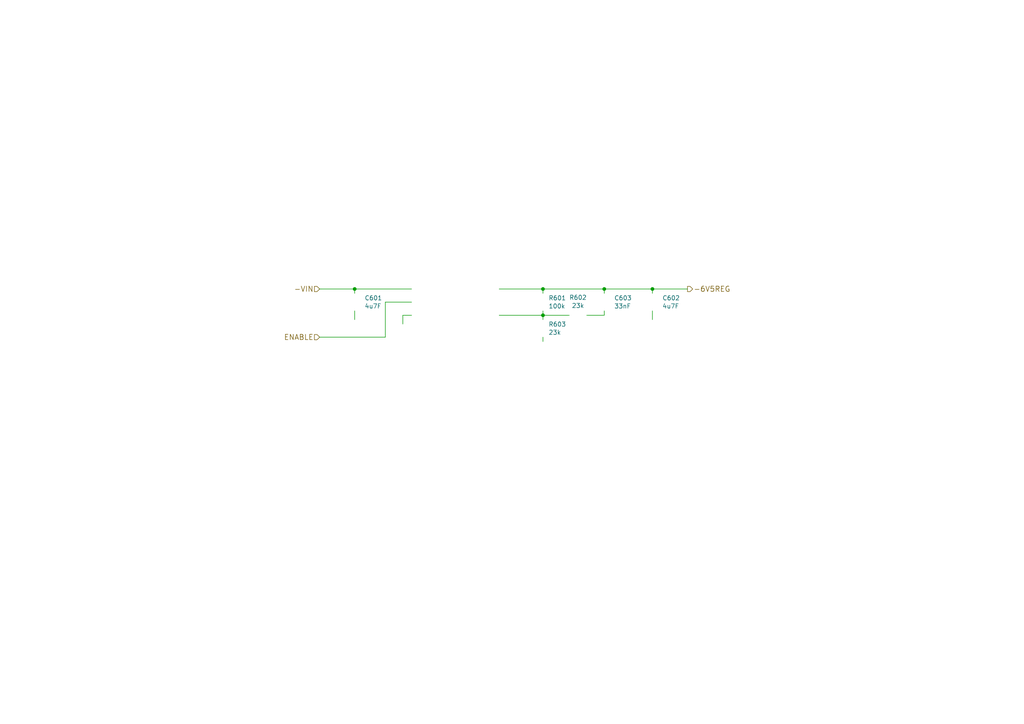
<source format=kicad_sch>
(kicad_sch
	(version 20250114)
	(generator "eeschema")
	(generator_version "9.0")
	(uuid "f572fc85-9ea2-47a3-9aee-13bc3b5f2dc6")
	(paper "A4")
	(title_block
		(title "LZ 8 Channel Amplifier")
		(date "2017-09-10")
		(rev "5")
		(company "UC Davis / Seth Hillbrand")
	)
	(lib_symbols)
	(junction
		(at 175.26 83.82)
		(diameter 0)
		(color 0 0 0 0)
		(uuid "1d2446cd-1a8a-4bc6-94ad-6439a1f318ea")
	)
	(junction
		(at 102.87 83.82)
		(diameter 0)
		(color 0 0 0 0)
		(uuid "21100f17-2cfe-4cde-bdac-1e960d712bea")
	)
	(junction
		(at 157.48 91.44)
		(diameter 0)
		(color 0 0 0 0)
		(uuid "45550369-8cda-4042-8b15-e1fa1a773f9f")
	)
	(junction
		(at 157.48 83.82)
		(diameter 0)
		(color 0 0 0 0)
		(uuid "69daf808-0509-4bb9-9814-17b516880201")
	)
	(junction
		(at 189.23 83.82)
		(diameter 0)
		(color 0 0 0 0)
		(uuid "b4cafc0b-d378-4f8a-90ed-64bdde6867e6")
	)
	(wire
		(pts
			(xy 157.48 85.09) (xy 157.48 83.82)
		)
		(stroke
			(width 0)
			(type default)
		)
		(uuid "04863c05-0d12-4707-ae40-5422a1c6ca50")
	)
	(wire
		(pts
			(xy 157.48 91.44) (xy 165.1 91.44)
		)
		(stroke
			(width 0)
			(type default)
		)
		(uuid "09781a53-e624-49c4-9b60-e8dfa111718c")
	)
	(wire
		(pts
			(xy 144.78 91.44) (xy 157.48 91.44)
		)
		(stroke
			(width 0)
			(type default)
		)
		(uuid "0a4b40bc-1a7c-4778-9200-f316a7174f43")
	)
	(wire
		(pts
			(xy 189.23 92.71) (xy 189.23 90.17)
		)
		(stroke
			(width 0)
			(type default)
		)
		(uuid "12b21097-28f1-4559-9947-f28ea0f7c6fe")
	)
	(wire
		(pts
			(xy 119.38 91.44) (xy 116.84 91.44)
		)
		(stroke
			(width 0)
			(type default)
		)
		(uuid "14c97419-21f5-478c-b1ae-123b6840c96d")
	)
	(wire
		(pts
			(xy 111.76 97.79) (xy 92.71 97.79)
		)
		(stroke
			(width 0)
			(type default)
		)
		(uuid "22d7a70a-7d8c-48af-8800-2097fd3d381c")
	)
	(wire
		(pts
			(xy 157.48 91.44) (xy 157.48 92.71)
		)
		(stroke
			(width 0)
			(type default)
		)
		(uuid "2f312d9d-9122-4fad-94e7-cf8cca4ec9e2")
	)
	(wire
		(pts
			(xy 170.18 91.44) (xy 175.26 91.44)
		)
		(stroke
			(width 0)
			(type default)
		)
		(uuid "316a37be-ae0a-4e51-bd82-94393fe8febf")
	)
	(wire
		(pts
			(xy 92.71 83.82) (xy 102.87 83.82)
		)
		(stroke
			(width 0)
			(type default)
		)
		(uuid "5cce2824-dc53-48e4-95c7-7ac7f2c2eb82")
	)
	(wire
		(pts
			(xy 157.48 83.82) (xy 175.26 83.82)
		)
		(stroke
			(width 0)
			(type default)
		)
		(uuid "5dbad574-1f71-4cec-8282-17a0d5799473")
	)
	(wire
		(pts
			(xy 111.76 87.63) (xy 119.38 87.63)
		)
		(stroke
			(width 0)
			(type default)
		)
		(uuid "5f12cae6-8b97-44e1-b111-7d9918f6bc41")
	)
	(wire
		(pts
			(xy 102.87 83.82) (xy 119.38 83.82)
		)
		(stroke
			(width 0)
			(type default)
		)
		(uuid "6bc6aae4-de24-4285-8f50-73db34bd3e64")
	)
	(wire
		(pts
			(xy 189.23 83.82) (xy 189.23 85.09)
		)
		(stroke
			(width 0)
			(type default)
		)
		(uuid "807e4f48-de39-4acf-8be6-775b3ff6a5cd")
	)
	(wire
		(pts
			(xy 144.78 83.82) (xy 157.48 83.82)
		)
		(stroke
			(width 0)
			(type default)
		)
		(uuid "91289e18-d035-4e96-a6d2-fca7c6891de2")
	)
	(wire
		(pts
			(xy 175.26 83.82) (xy 175.26 85.09)
		)
		(stroke
			(width 0)
			(type default)
		)
		(uuid "aa641700-1037-4915-b537-29d10cd50374")
	)
	(wire
		(pts
			(xy 189.23 83.82) (xy 199.39 83.82)
		)
		(stroke
			(width 0)
			(type default)
		)
		(uuid "adead6e3-a5c0-48dd-9348-1817679041c4")
	)
	(wire
		(pts
			(xy 175.26 83.82) (xy 189.23 83.82)
		)
		(stroke
			(width 0)
			(type default)
		)
		(uuid "afeabe0a-025c-44f3-94c6-85b419a8d978")
	)
	(wire
		(pts
			(xy 102.87 92.71) (xy 102.87 90.17)
		)
		(stroke
			(width 0)
			(type default)
		)
		(uuid "b013df4f-9cd4-4536-bc62-0879dbc09101")
	)
	(wire
		(pts
			(xy 157.48 90.17) (xy 157.48 91.44)
		)
		(stroke
			(width 0)
			(type default)
		)
		(uuid "b2a793b7-1079-4acd-b81d-5516e671303b")
	)
	(wire
		(pts
			(xy 116.84 91.44) (xy 116.84 93.98)
		)
		(stroke
			(width 0)
			(type default)
		)
		(uuid "b64c1cd0-9085-45cb-a6c2-500ce0d3e0d8")
	)
	(wire
		(pts
			(xy 111.76 87.63) (xy 111.76 97.79)
		)
		(stroke
			(width 0)
			(type default)
		)
		(uuid "c510bfb9-8c6c-40a4-a728-7382ac4bd4d1")
	)
	(wire
		(pts
			(xy 102.87 83.82) (xy 102.87 85.09)
		)
		(stroke
			(width 0)
			(type default)
		)
		(uuid "ce11aa37-9e36-4313-acc9-7fd645351b49")
	)
	(wire
		(pts
			(xy 175.26 91.44) (xy 175.26 90.17)
		)
		(stroke
			(width 0)
			(type default)
		)
		(uuid "d11c30eb-8dc2-4229-8b06-f865955b27b4")
	)
	(wire
		(pts
			(xy 157.48 99.06) (xy 157.48 97.79)
		)
		(stroke
			(width 0)
			(type default)
		)
		(uuid "edf8e098-8220-48a4-aeca-7972f34ff2fe")
	)
	(hierarchical_label "ENABLE"
		(shape input)
		(at 92.71 97.79 180)
		(effects
			(font
				(size 1.524 1.524)
			)
			(justify right)
		)
		(uuid "044a5643-6744-472d-953d-eee9dd70a0a0")
	)
	(hierarchical_label "-VIN"
		(shape input)
		(at 92.71 83.82 180)
		(effects
			(font
				(size 1.524 1.524)
			)
			(justify right)
		)
		(uuid "0d8a135d-e996-42da-860c-f088ac1bb83e")
	)
	(hierarchical_label "-6V5REG"
		(shape output)
		(at 199.39 83.82 0)
		(effects
			(font
				(size 1.524 1.524)
			)
			(justify left)
		)
		(uuid "8b4c20b6-9ba6-4d53-9671-b72d1e6f8287")
	)
	(symbol
		(lib_id "_passive:C")
		(at 189.23 87.63 0)
		(unit 1)
		(exclude_from_sim no)
		(in_bom yes)
		(on_board yes)
		(dnp no)
		(uuid "00000000-0000-0000-0000-000057f44a6e")
		(property "Reference" "C602"
			(at 192.1002 86.4362 0)
			(effects
				(font
					(size 1.27 1.27)
				)
				(justify left)
			)
		)
		(property "Value" "4u7F"
			(at 192.1002 88.7984 0)
			(effects
				(font
					(size 1.27 1.27)
				)
				(justify left)
			)
		)
		(property "Footprint" "Capacitors_SMD:C_1206"
			(at 188.976 88.265 0)
			(effects
				(font
					(size 1.524 1.524)
				)
				(hide yes)
			)
		)
		(property "Datasheet" "https://product.tdk.com/info/en/catalog/datasheets/mlcc_commercial_general_en.pdf"
			(at 188.976 88.265 0)
			(effects
				(font
					(size 1.524 1.524)
				)
				(hide yes)
			)
		)
		(property "Description" ""
			(at 189.23 87.63 0)
			(effects
				(font
					(size 1.27 1.27)
				)
			)
		)
		(property "mpn" "C3225X7R1E106K250AC"
			(at 189.23 87.63 0)
			(effects
				(font
					(size 1.524 1.524)
				)
				(hide yes)
			)
		)
		(property "digikey#" "445-1606-1-ND"
			(at 189.23 87.63 0)
			(effects
				(font
					(size 1.524 1.524)
				)
				(hide yes)
			)
		)
		(instances
			(project ""
				(path "/f89efb00-3378-4f88-9ec9-2a1aa21f73ef/00000000-0000-0000-0000-000057c01ceb/00000000-0000-0000-0000-000057c05380"
					(reference "C602")
					(unit 1)
				)
				(path "/f89efb00-3378-4f88-9ec9-2a1aa21f73ef/00000000-0000-0000-0000-000057e99ccf/00000000-0000-0000-0000-000057c05380"
					(reference "C1102")
					(unit 1)
				)
				(path "/f89efb00-3378-4f88-9ec9-2a1aa21f73ef/00000000-0000-0000-0000-000057e9a2f9/00000000-0000-0000-0000-000057c05380"
					(reference "C1602")
					(unit 1)
				)
				(path "/f89efb00-3378-4f88-9ec9-2a1aa21f73ef/00000000-0000-0000-0000-000057e9a2ff/00000000-0000-0000-0000-000057c05380"
					(reference "C2102")
					(unit 1)
				)
				(path "/f89efb00-3378-4f88-9ec9-2a1aa21f73ef/00000000-0000-0000-0000-000057e9b5b0/00000000-0000-0000-0000-000057c05380"
					(reference "C2602")
					(unit 1)
				)
				(path "/f89efb00-3378-4f88-9ec9-2a1aa21f73ef/00000000-0000-0000-0000-000057e9b5b6/00000000-0000-0000-0000-000057c05380"
					(reference "C3102")
					(unit 1)
				)
				(path "/f89efb00-3378-4f88-9ec9-2a1aa21f73ef/00000000-0000-0000-0000-000057e9b5bc/00000000-0000-0000-0000-000057c05380"
					(reference "C3602")
					(unit 1)
				)
				(path "/f89efb00-3378-4f88-9ec9-2a1aa21f73ef/00000000-0000-0000-0000-000057e9b5c2/00000000-0000-0000-0000-000057c05380"
					(reference "C4102")
					(unit 1)
				)
			)
		)
	)
	(symbol
		(lib_id "AnalogDevices:ADP7182ACPZN")
		(at 132.08 87.63 0)
		(unit 1)
		(exclude_from_sim no)
		(in_bom yes)
		(on_board yes)
		(dnp no)
		(uuid "00000000-0000-0000-0000-000059964a0e")
		(property "Reference" "U601"
			(at 132.08 77.343 0)
			(effects
				(font
					(size 1.524 1.524)
				)
			)
		)
		(property "Value" "ADP7182ACPZN"
			(at 132.08 80.137 0)
			(effects
				(font
					(size 1.524 1.524)
				)
			)
		)
		(property "Footprint" "Housings_DFN_QFN:DFN-6-1EP_2x2mm_Pitch0.65mm"
			(at 132.08 95.25 0)
			(effects
				(font
					(size 1.524 1.524)
				)
				(hide yes)
			)
		)
		(property "Datasheet" "http://www.analog.com/media/en/technical-documentation/data-sheets/ADP7182.pdf"
			(at 132.08 95.25 0)
			(effects
				(font
					(size 1.524 1.524)
				)
				(hide yes)
			)
		)
		(property "Description" ""
			(at 132.08 87.63 0)
			(effects
				(font
					(size 1.27 1.27)
				)
			)
		)
		(property "mpn" "ADP7182ACPZN-R7"
			(at 132.08 87.63 0)
			(effects
				(font
					(size 1.524 1.524)
				)
				(hide yes)
			)
		)
		(property "digikey#" "ADP7182ACPZN-R7CT-ND"
			(at 132.08 87.63 0)
			(effects
				(font
					(size 1.524 1.524)
				)
				(hide yes)
			)
		)
		(instances
			(project ""
				(path "/f89efb00-3378-4f88-9ec9-2a1aa21f73ef/00000000-0000-0000-0000-000057c01ceb/00000000-0000-0000-0000-000057c05380"
					(reference "U601")
					(unit 1)
				)
				(path "/f89efb00-3378-4f88-9ec9-2a1aa21f73ef/00000000-0000-0000-0000-000057e99ccf/00000000-0000-0000-0000-000057c05380"
					(reference "U1101")
					(unit 1)
				)
				(path "/f89efb00-3378-4f88-9ec9-2a1aa21f73ef/00000000-0000-0000-0000-000057e9a2f9/00000000-0000-0000-0000-000057c05380"
					(reference "U1601")
					(unit 1)
				)
				(path "/f89efb00-3378-4f88-9ec9-2a1aa21f73ef/00000000-0000-0000-0000-000057e9a2ff/00000000-0000-0000-0000-000057c05380"
					(reference "U2101")
					(unit 1)
				)
				(path "/f89efb00-3378-4f88-9ec9-2a1aa21f73ef/00000000-0000-0000-0000-000057e9b5b0/00000000-0000-0000-0000-000057c05380"
					(reference "U2601")
					(unit 1)
				)
				(path "/f89efb00-3378-4f88-9ec9-2a1aa21f73ef/00000000-0000-0000-0000-000057e9b5b6/00000000-0000-0000-0000-000057c05380"
					(reference "U3101")
					(unit 1)
				)
				(path "/f89efb00-3378-4f88-9ec9-2a1aa21f73ef/00000000-0000-0000-0000-000057e9b5bc/00000000-0000-0000-0000-000057c05380"
					(reference "U3601")
					(unit 1)
				)
				(path "/f89efb00-3378-4f88-9ec9-2a1aa21f73ef/00000000-0000-0000-0000-000057e9b5c2/00000000-0000-0000-0000-000057c05380"
					(reference "U4101")
					(unit 1)
				)
			)
		)
	)
	(symbol
		(lib_id "_passive:R")
		(at 157.48 95.25 0)
		(unit 1)
		(exclude_from_sim no)
		(in_bom yes)
		(on_board yes)
		(dnp no)
		(uuid "00000000-0000-0000-0000-000059964abf")
		(property "Reference" "R603"
			(at 159.0802 94.0562 0)
			(effects
				(font
					(size 1.27 1.27)
				)
				(justify left)
			)
		)
		(property "Value" "23k"
			(at 159.0802 96.4184 0)
			(effects
				(font
					(size 1.27 1.27)
				)
				(justify left)
			)
		)
		(property "Footprint" "Resistors_SMD:R_0603"
			(at 159.0802 96.2152 0)
			(effects
				(font
					(size 1.524 1.524)
				)
				(justify left)
				(hide yes)
			)
		)
		(property "Datasheet" "https://industrial.panasonic.com/cdbs/www-data/pdf/RDA0000/AOA0000C304.pdf"
			(at 159.0802 99.0092 0)
			(effects
				(font
					(size 1.524 1.524)
				)
				(justify left)
				(hide yes)
			)
		)
		(property "Description" ""
			(at 157.48 95.25 0)
			(effects
				(font
					(size 1.27 1.27)
				)
			)
		)
		(property "mpn" "ERJ-3EKF2322V"
			(at 157.48 95.25 0)
			(effects
				(font
					(size 1.524 1.524)
				)
				(hide yes)
			)
		)
		(property "digikey#" "P23.2KHCT-ND"
			(at 157.48 95.25 0)
			(effects
				(font
					(size 1.524 1.524)
				)
				(hide yes)
			)
		)
		(instances
			(project ""
				(path "/f89efb00-3378-4f88-9ec9-2a1aa21f73ef/00000000-0000-0000-0000-000057c01ceb/00000000-0000-0000-0000-000057c05380"
					(reference "R603")
					(unit 1)
				)
				(path "/f89efb00-3378-4f88-9ec9-2a1aa21f73ef/00000000-0000-0000-0000-000057e99ccf/00000000-0000-0000-0000-000057c05380"
					(reference "R1103")
					(unit 1)
				)
				(path "/f89efb00-3378-4f88-9ec9-2a1aa21f73ef/00000000-0000-0000-0000-000057e9a2f9/00000000-0000-0000-0000-000057c05380"
					(reference "R1603")
					(unit 1)
				)
				(path "/f89efb00-3378-4f88-9ec9-2a1aa21f73ef/00000000-0000-0000-0000-000057e9a2ff/00000000-0000-0000-0000-000057c05380"
					(reference "R2103")
					(unit 1)
				)
				(path "/f89efb00-3378-4f88-9ec9-2a1aa21f73ef/00000000-0000-0000-0000-000057e9b5b0/00000000-0000-0000-0000-000057c05380"
					(reference "R2603")
					(unit 1)
				)
				(path "/f89efb00-3378-4f88-9ec9-2a1aa21f73ef/00000000-0000-0000-0000-000057e9b5b6/00000000-0000-0000-0000-000057c05380"
					(reference "R3103")
					(unit 1)
				)
				(path "/f89efb00-3378-4f88-9ec9-2a1aa21f73ef/00000000-0000-0000-0000-000057e9b5bc/00000000-0000-0000-0000-000057c05380"
					(reference "R3603")
					(unit 1)
				)
				(path "/f89efb00-3378-4f88-9ec9-2a1aa21f73ef/00000000-0000-0000-0000-000057e9b5c2/00000000-0000-0000-0000-000057c05380"
					(reference "R4103")
					(unit 1)
				)
			)
		)
	)
	(symbol
		(lib_id "_passive:R")
		(at 157.48 87.63 0)
		(unit 1)
		(exclude_from_sim no)
		(in_bom yes)
		(on_board yes)
		(dnp no)
		(uuid "00000000-0000-0000-0000-000059964b19")
		(property "Reference" "R601"
			(at 159.0802 86.4362 0)
			(effects
				(font
					(size 1.27 1.27)
				)
				(justify left)
			)
		)
		(property "Value" "100k"
			(at 159.0802 88.7984 0)
			(effects
				(font
					(size 1.27 1.27)
				)
				(justify left)
			)
		)
		(property "Footprint" "Resistors_SMD:R_0603"
			(at 157.48 86.36 0)
			(effects
				(font
					(size 1.524 1.524)
				)
				(hide yes)
			)
		)
		(property "Datasheet" "https://industrial.panasonic.com/cdbs/www-data/pdf/RDM0000/AOA0000C328.pdf"
			(at 157.48 86.36 0)
			(effects
				(font
					(size 1.524 1.524)
				)
				(hide yes)
			)
		)
		(property "Description" ""
			(at 157.48 87.63 0)
			(effects
				(font
					(size 1.27 1.27)
				)
			)
		)
		(property "mpn" "ERJ-PB3D1003V"
			(at 157.48 87.63 0)
			(effects
				(font
					(size 1.524 1.524)
				)
				(hide yes)
			)
		)
		(property "digikey#" "P20511CT-ND"
			(at 157.48 87.63 0)
			(effects
				(font
					(size 1.524 1.524)
				)
				(hide yes)
			)
		)
		(instances
			(project ""
				(path "/f89efb00-3378-4f88-9ec9-2a1aa21f73ef/00000000-0000-0000-0000-000057c01ceb/00000000-0000-0000-0000-000057c05380"
					(reference "R601")
					(unit 1)
				)
				(path "/f89efb00-3378-4f88-9ec9-2a1aa21f73ef/00000000-0000-0000-0000-000057e99ccf/00000000-0000-0000-0000-000057c05380"
					(reference "R1101")
					(unit 1)
				)
				(path "/f89efb00-3378-4f88-9ec9-2a1aa21f73ef/00000000-0000-0000-0000-000057e9a2f9/00000000-0000-0000-0000-000057c05380"
					(reference "R1601")
					(unit 1)
				)
				(path "/f89efb00-3378-4f88-9ec9-2a1aa21f73ef/00000000-0000-0000-0000-000057e9a2ff/00000000-0000-0000-0000-000057c05380"
					(reference "R2101")
					(unit 1)
				)
				(path "/f89efb00-3378-4f88-9ec9-2a1aa21f73ef/00000000-0000-0000-0000-000057e9b5b0/00000000-0000-0000-0000-000057c05380"
					(reference "R2601")
					(unit 1)
				)
				(path "/f89efb00-3378-4f88-9ec9-2a1aa21f73ef/00000000-0000-0000-0000-000057e9b5b6/00000000-0000-0000-0000-000057c05380"
					(reference "R3101")
					(unit 1)
				)
				(path "/f89efb00-3378-4f88-9ec9-2a1aa21f73ef/00000000-0000-0000-0000-000057e9b5bc/00000000-0000-0000-0000-000057c05380"
					(reference "R3601")
					(unit 1)
				)
				(path "/f89efb00-3378-4f88-9ec9-2a1aa21f73ef/00000000-0000-0000-0000-000057e9b5c2/00000000-0000-0000-0000-000057c05380"
					(reference "R4101")
					(unit 1)
				)
			)
		)
	)
	(symbol
		(lib_id "power1:(GND)")
		(at 116.84 93.98 0)
		(unit 1)
		(exclude_from_sim no)
		(in_bom yes)
		(on_board yes)
		(dnp no)
		(uuid "00000000-0000-0000-0000-000059964b7e")
		(property "Reference" "#PWR0603"
			(at 116.84 93.98 0)
			(effects
				(font
					(size 0.762 0.762)
				)
				(hide yes)
			)
		)
		(property "Value" "(GND)"
			(at 116.84 93.98 0)
			(effects
				(font
					(size 0.762 0.762)
				)
				(hide yes)
			)
		)
		(property "Footprint" ""
			(at 116.84 93.98 0)
			(effects
				(font
					(size 1.524 1.524)
				)
			)
		)
		(property "Datasheet" ""
			(at 116.84 93.98 0)
			(effects
				(font
					(size 1.524 1.524)
				)
			)
		)
		(property "Description" ""
			(at 116.84 93.98 0)
			(effects
				(font
					(size 1.27 1.27)
				)
			)
		)
		(instances
			(project ""
				(path "/f89efb00-3378-4f88-9ec9-2a1aa21f73ef/00000000-0000-0000-0000-000057c01ceb/00000000-0000-0000-0000-000057c05380"
					(reference "#PWR0603")
					(unit 1)
				)
				(path "/f89efb00-3378-4f88-9ec9-2a1aa21f73ef/00000000-0000-0000-0000-000057e99ccf/00000000-0000-0000-0000-000057c05380"
					(reference "#PWR01103")
					(unit 1)
				)
				(path "/f89efb00-3378-4f88-9ec9-2a1aa21f73ef/00000000-0000-0000-0000-000057e9a2f9/00000000-0000-0000-0000-000057c05380"
					(reference "#PWR01603")
					(unit 1)
				)
				(path "/f89efb00-3378-4f88-9ec9-2a1aa21f73ef/00000000-0000-0000-0000-000057e9a2ff/00000000-0000-0000-0000-000057c05380"
					(reference "#PWR02103")
					(unit 1)
				)
				(path "/f89efb00-3378-4f88-9ec9-2a1aa21f73ef/00000000-0000-0000-0000-000057e9b5b0/00000000-0000-0000-0000-000057c05380"
					(reference "#PWR02603")
					(unit 1)
				)
				(path "/f89efb00-3378-4f88-9ec9-2a1aa21f73ef/00000000-0000-0000-0000-000057e9b5b6/00000000-0000-0000-0000-000057c05380"
					(reference "#PWR03103")
					(unit 1)
				)
				(path "/f89efb00-3378-4f88-9ec9-2a1aa21f73ef/00000000-0000-0000-0000-000057e9b5bc/00000000-0000-0000-0000-000057c05380"
					(reference "#PWR03603")
					(unit 1)
				)
				(path "/f89efb00-3378-4f88-9ec9-2a1aa21f73ef/00000000-0000-0000-0000-000057e9b5c2/00000000-0000-0000-0000-000057c05380"
					(reference "#PWR04103")
					(unit 1)
				)
			)
		)
	)
	(symbol
		(lib_id "power1:(GND)")
		(at 157.48 99.06 0)
		(unit 1)
		(exclude_from_sim no)
		(in_bom yes)
		(on_board yes)
		(dnp no)
		(uuid "00000000-0000-0000-0000-000059964bb9")
		(property "Reference" "#PWR0604"
			(at 157.48 99.06 0)
			(effects
				(font
					(size 0.762 0.762)
				)
				(hide yes)
			)
		)
		(property "Value" "(GND)"
			(at 157.48 99.06 0)
			(effects
				(font
					(size 0.762 0.762)
				)
				(hide yes)
			)
		)
		(property "Footprint" ""
			(at 157.48 99.06 0)
			(effects
				(font
					(size 1.524 1.524)
				)
			)
		)
		(property "Datasheet" ""
			(at 157.48 99.06 0)
			(effects
				(font
					(size 1.524 1.524)
				)
			)
		)
		(property "Description" ""
			(at 157.48 99.06 0)
			(effects
				(font
					(size 1.27 1.27)
				)
			)
		)
		(instances
			(project ""
				(path "/f89efb00-3378-4f88-9ec9-2a1aa21f73ef/00000000-0000-0000-0000-000057c01ceb/00000000-0000-0000-0000-000057c05380"
					(reference "#PWR0604")
					(unit 1)
				)
				(path "/f89efb00-3378-4f88-9ec9-2a1aa21f73ef/00000000-0000-0000-0000-000057e99ccf/00000000-0000-0000-0000-000057c05380"
					(reference "#PWR01104")
					(unit 1)
				)
				(path "/f89efb00-3378-4f88-9ec9-2a1aa21f73ef/00000000-0000-0000-0000-000057e9a2f9/00000000-0000-0000-0000-000057c05380"
					(reference "#PWR01604")
					(unit 1)
				)
				(path "/f89efb00-3378-4f88-9ec9-2a1aa21f73ef/00000000-0000-0000-0000-000057e9a2ff/00000000-0000-0000-0000-000057c05380"
					(reference "#PWR02104")
					(unit 1)
				)
				(path "/f89efb00-3378-4f88-9ec9-2a1aa21f73ef/00000000-0000-0000-0000-000057e9b5b0/00000000-0000-0000-0000-000057c05380"
					(reference "#PWR02604")
					(unit 1)
				)
				(path "/f89efb00-3378-4f88-9ec9-2a1aa21f73ef/00000000-0000-0000-0000-000057e9b5b6/00000000-0000-0000-0000-000057c05380"
					(reference "#PWR03104")
					(unit 1)
				)
				(path "/f89efb00-3378-4f88-9ec9-2a1aa21f73ef/00000000-0000-0000-0000-000057e9b5bc/00000000-0000-0000-0000-000057c05380"
					(reference "#PWR03604")
					(unit 1)
				)
				(path "/f89efb00-3378-4f88-9ec9-2a1aa21f73ef/00000000-0000-0000-0000-000057e9b5c2/00000000-0000-0000-0000-000057c05380"
					(reference "#PWR04104")
					(unit 1)
				)
			)
		)
	)
	(symbol
		(lib_id "_passive:R")
		(at 167.64 91.44 270)
		(unit 1)
		(exclude_from_sim no)
		(in_bom yes)
		(on_board yes)
		(dnp no)
		(uuid "00000000-0000-0000-0000-000059964f60")
		(property "Reference" "R602"
			(at 167.64 86.2838 90)
			(effects
				(font
					(size 1.27 1.27)
				)
			)
		)
		(property "Value" "23k"
			(at 167.64 88.646 90)
			(effects
				(font
					(size 1.27 1.27)
				)
			)
		)
		(property "Footprint" "Resistors_SMD:R_0603"
			(at 166.6748 93.0402 0)
			(effects
				(font
					(size 1.524 1.524)
				)
				(justify left)
				(hide yes)
			)
		)
		(property "Datasheet" "https://industrial.panasonic.com/cdbs/www-data/pdf/RDA0000/AOA0000C304.pdf"
			(at 163.8808 93.0402 0)
			(effects
				(font
					(size 1.524 1.524)
				)
				(justify left)
				(hide yes)
			)
		)
		(property "Description" ""
			(at 167.64 91.44 0)
			(effects
				(font
					(size 1.27 1.27)
				)
			)
		)
		(property "mpn" "ERJ-3EKF2322V"
			(at 167.64 91.44 0)
			(effects
				(font
					(size 1.524 1.524)
				)
				(hide yes)
			)
		)
		(property "digikey#" "P23.2KHCT-ND"
			(at 167.64 91.44 0)
			(effects
				(font
					(size 1.524 1.524)
				)
				(hide yes)
			)
		)
		(instances
			(project ""
				(path "/f89efb00-3378-4f88-9ec9-2a1aa21f73ef/00000000-0000-0000-0000-000057c01ceb/00000000-0000-0000-0000-000057c05380"
					(reference "R602")
					(unit 1)
				)
				(path "/f89efb00-3378-4f88-9ec9-2a1aa21f73ef/00000000-0000-0000-0000-000057e99ccf/00000000-0000-0000-0000-000057c05380"
					(reference "R1102")
					(unit 1)
				)
				(path "/f89efb00-3378-4f88-9ec9-2a1aa21f73ef/00000000-0000-0000-0000-000057e9a2f9/00000000-0000-0000-0000-000057c05380"
					(reference "R1602")
					(unit 1)
				)
				(path "/f89efb00-3378-4f88-9ec9-2a1aa21f73ef/00000000-0000-0000-0000-000057e9a2ff/00000000-0000-0000-0000-000057c05380"
					(reference "R2102")
					(unit 1)
				)
				(path "/f89efb00-3378-4f88-9ec9-2a1aa21f73ef/00000000-0000-0000-0000-000057e9b5b0/00000000-0000-0000-0000-000057c05380"
					(reference "R2602")
					(unit 1)
				)
				(path "/f89efb00-3378-4f88-9ec9-2a1aa21f73ef/00000000-0000-0000-0000-000057e9b5b6/00000000-0000-0000-0000-000057c05380"
					(reference "R3102")
					(unit 1)
				)
				(path "/f89efb00-3378-4f88-9ec9-2a1aa21f73ef/00000000-0000-0000-0000-000057e9b5bc/00000000-0000-0000-0000-000057c05380"
					(reference "R3602")
					(unit 1)
				)
				(path "/f89efb00-3378-4f88-9ec9-2a1aa21f73ef/00000000-0000-0000-0000-000057e9b5c2/00000000-0000-0000-0000-000057c05380"
					(reference "R4102")
					(unit 1)
				)
			)
		)
	)
	(symbol
		(lib_id "_passive:C")
		(at 175.26 87.63 0)
		(unit 1)
		(exclude_from_sim no)
		(in_bom yes)
		(on_board yes)
		(dnp no)
		(uuid "00000000-0000-0000-0000-000059965017")
		(property "Reference" "C603"
			(at 178.1302 86.4362 0)
			(effects
				(font
					(size 1.27 1.27)
				)
				(justify left)
			)
		)
		(property "Value" "33nF"
			(at 178.1302 88.7984 0)
			(effects
				(font
					(size 1.27 1.27)
				)
				(justify left)
			)
		)
		(property "Footprint" "Capacitors_SMD:C_0603"
			(at 178.1302 88.5952 0)
			(effects
				(font
					(size 1.524 1.524)
				)
				(justify left)
				(hide yes)
			)
		)
		(property "Datasheet" "https://product.tdk.com/info/en/catalog/datasheets/mlcc_commercial_general_en.pdf"
			(at 178.1302 91.3892 0)
			(effects
				(font
					(size 1.524 1.524)
				)
				(justify left)
				(hide yes)
			)
		)
		(property "Description" ""
			(at 175.26 87.63 0)
			(effects
				(font
					(size 1.27 1.27)
				)
			)
		)
		(property "mpn" "C1608C0G1H332J080AA"
			(at 175.26 87.63 0)
			(effects
				(font
					(size 1.524 1.524)
				)
				(hide yes)
			)
		)
		(property "digikey#" "445-1599-1-ND"
			(at 175.26 87.63 0)
			(effects
				(font
					(size 1.524 1.524)
				)
				(hide yes)
			)
		)
		(instances
			(project ""
				(path "/f89efb00-3378-4f88-9ec9-2a1aa21f73ef/00000000-0000-0000-0000-000057c01ceb/00000000-0000-0000-0000-000057c05380"
					(reference "C603")
					(unit 1)
				)
				(path "/f89efb00-3378-4f88-9ec9-2a1aa21f73ef/00000000-0000-0000-0000-000057e99ccf/00000000-0000-0000-0000-000057c05380"
					(reference "C1103")
					(unit 1)
				)
				(path "/f89efb00-3378-4f88-9ec9-2a1aa21f73ef/00000000-0000-0000-0000-000057e9a2f9/00000000-0000-0000-0000-000057c05380"
					(reference "C1603")
					(unit 1)
				)
				(path "/f89efb00-3378-4f88-9ec9-2a1aa21f73ef/00000000-0000-0000-0000-000057e9a2ff/00000000-0000-0000-0000-000057c05380"
					(reference "C2103")
					(unit 1)
				)
				(path "/f89efb00-3378-4f88-9ec9-2a1aa21f73ef/00000000-0000-0000-0000-000057e9b5b0/00000000-0000-0000-0000-000057c05380"
					(reference "C2603")
					(unit 1)
				)
				(path "/f89efb00-3378-4f88-9ec9-2a1aa21f73ef/00000000-0000-0000-0000-000057e9b5b6/00000000-0000-0000-0000-000057c05380"
					(reference "C3103")
					(unit 1)
				)
				(path "/f89efb00-3378-4f88-9ec9-2a1aa21f73ef/00000000-0000-0000-0000-000057e9b5bc/00000000-0000-0000-0000-000057c05380"
					(reference "C3603")
					(unit 1)
				)
				(path "/f89efb00-3378-4f88-9ec9-2a1aa21f73ef/00000000-0000-0000-0000-000057e9b5c2/00000000-0000-0000-0000-000057c05380"
					(reference "C4103")
					(unit 1)
				)
			)
		)
	)
	(symbol
		(lib_id "power1:(GND)")
		(at 189.23 92.71 0)
		(unit 1)
		(exclude_from_sim no)
		(in_bom yes)
		(on_board yes)
		(dnp no)
		(uuid "00000000-0000-0000-0000-00005996525f")
		(property "Reference" "#PWR0602"
			(at 189.23 92.71 0)
			(effects
				(font
					(size 0.762 0.762)
				)
				(hide yes)
			)
		)
		(property "Value" "(GND)"
			(at 189.23 92.71 0)
			(effects
				(font
					(size 0.762 0.762)
				)
				(hide yes)
			)
		)
		(property "Footprint" ""
			(at 189.23 92.71 0)
			(effects
				(font
					(size 1.524 1.524)
				)
			)
		)
		(property "Datasheet" ""
			(at 189.23 92.71 0)
			(effects
				(font
					(size 1.524 1.524)
				)
			)
		)
		(property "Description" ""
			(at 189.23 92.71 0)
			(effects
				(font
					(size 1.27 1.27)
				)
			)
		)
		(instances
			(project ""
				(path "/f89efb00-3378-4f88-9ec9-2a1aa21f73ef/00000000-0000-0000-0000-000057c01ceb/00000000-0000-0000-0000-000057c05380"
					(reference "#PWR0602")
					(unit 1)
				)
				(path "/f89efb00-3378-4f88-9ec9-2a1aa21f73ef/00000000-0000-0000-0000-000057e99ccf/00000000-0000-0000-0000-000057c05380"
					(reference "#PWR01102")
					(unit 1)
				)
				(path "/f89efb00-3378-4f88-9ec9-2a1aa21f73ef/00000000-0000-0000-0000-000057e9a2f9/00000000-0000-0000-0000-000057c05380"
					(reference "#PWR01602")
					(unit 1)
				)
				(path "/f89efb00-3378-4f88-9ec9-2a1aa21f73ef/00000000-0000-0000-0000-000057e9a2ff/00000000-0000-0000-0000-000057c05380"
					(reference "#PWR02102")
					(unit 1)
				)
				(path "/f89efb00-3378-4f88-9ec9-2a1aa21f73ef/00000000-0000-0000-0000-000057e9b5b0/00000000-0000-0000-0000-000057c05380"
					(reference "#PWR02602")
					(unit 1)
				)
				(path "/f89efb00-3378-4f88-9ec9-2a1aa21f73ef/00000000-0000-0000-0000-000057e9b5b6/00000000-0000-0000-0000-000057c05380"
					(reference "#PWR03102")
					(unit 1)
				)
				(path "/f89efb00-3378-4f88-9ec9-2a1aa21f73ef/00000000-0000-0000-0000-000057e9b5bc/00000000-0000-0000-0000-000057c05380"
					(reference "#PWR03602")
					(unit 1)
				)
				(path "/f89efb00-3378-4f88-9ec9-2a1aa21f73ef/00000000-0000-0000-0000-000057e9b5c2/00000000-0000-0000-0000-000057c05380"
					(reference "#PWR04102")
					(unit 1)
				)
			)
		)
	)
	(symbol
		(lib_id "_passive:C")
		(at 102.87 87.63 0)
		(unit 1)
		(exclude_from_sim no)
		(in_bom yes)
		(on_board yes)
		(dnp no)
		(uuid "00000000-0000-0000-0000-000059965328")
		(property "Reference" "C601"
			(at 105.7402 86.4362 0)
			(effects
				(font
					(size 1.27 1.27)
				)
				(justify left)
			)
		)
		(property "Value" "4u7F"
			(at 105.7402 88.7984 0)
			(effects
				(font
					(size 1.27 1.27)
				)
				(justify left)
			)
		)
		(property "Footprint" "Capacitors_SMD:C_1206"
			(at 102.616 88.265 0)
			(effects
				(font
					(size 1.524 1.524)
				)
				(hide yes)
			)
		)
		(property "Datasheet" "https://product.tdk.com/info/en/catalog/datasheets/mlcc_commercial_general_en.pdf"
			(at 102.616 88.265 0)
			(effects
				(font
					(size 1.524 1.524)
				)
				(hide yes)
			)
		)
		(property "Description" ""
			(at 102.87 87.63 0)
			(effects
				(font
					(size 1.27 1.27)
				)
			)
		)
		(property "mpn" "C3225X7R1E106K250AC"
			(at 102.87 87.63 0)
			(effects
				(font
					(size 1.524 1.524)
				)
				(hide yes)
			)
		)
		(property "digikey#" "445-1606-1-ND"
			(at 102.87 87.63 0)
			(effects
				(font
					(size 1.524 1.524)
				)
				(hide yes)
			)
		)
		(instances
			(project ""
				(path "/f89efb00-3378-4f88-9ec9-2a1aa21f73ef/00000000-0000-0000-0000-000057c01ceb/00000000-0000-0000-0000-000057c05380"
					(reference "C601")
					(unit 1)
				)
				(path "/f89efb00-3378-4f88-9ec9-2a1aa21f73ef/00000000-0000-0000-0000-000057e99ccf/00000000-0000-0000-0000-000057c05380"
					(reference "C1101")
					(unit 1)
				)
				(path "/f89efb00-3378-4f88-9ec9-2a1aa21f73ef/00000000-0000-0000-0000-000057e9a2f9/00000000-0000-0000-0000-000057c05380"
					(reference "C1601")
					(unit 1)
				)
				(path "/f89efb00-3378-4f88-9ec9-2a1aa21f73ef/00000000-0000-0000-0000-000057e9a2ff/00000000-0000-0000-0000-000057c05380"
					(reference "C2101")
					(unit 1)
				)
				(path "/f89efb00-3378-4f88-9ec9-2a1aa21f73ef/00000000-0000-0000-0000-000057e9b5b0/00000000-0000-0000-0000-000057c05380"
					(reference "C2601")
					(unit 1)
				)
				(path "/f89efb00-3378-4f88-9ec9-2a1aa21f73ef/00000000-0000-0000-0000-000057e9b5b6/00000000-0000-0000-0000-000057c05380"
					(reference "C3101")
					(unit 1)
				)
				(path "/f89efb00-3378-4f88-9ec9-2a1aa21f73ef/00000000-0000-0000-0000-000057e9b5bc/00000000-0000-0000-0000-000057c05380"
					(reference "C3601")
					(unit 1)
				)
				(path "/f89efb00-3378-4f88-9ec9-2a1aa21f73ef/00000000-0000-0000-0000-000057e9b5c2/00000000-0000-0000-0000-000057c05380"
					(reference "C4101")
					(unit 1)
				)
			)
		)
	)
	(symbol
		(lib_id "power1:(GND)")
		(at 102.87 92.71 0)
		(unit 1)
		(exclude_from_sim no)
		(in_bom yes)
		(on_board yes)
		(dnp no)
		(uuid "00000000-0000-0000-0000-00005996532e")
		(property "Reference" "#PWR0601"
			(at 102.87 92.71 0)
			(effects
				(font
					(size 0.762 0.762)
				)
				(hide yes)
			)
		)
		(property "Value" "(GND)"
			(at 102.87 92.71 0)
			(effects
				(font
					(size 0.762 0.762)
				)
				(hide yes)
			)
		)
		(property "Footprint" ""
			(at 102.87 92.71 0)
			(effects
				(font
					(size 1.524 1.524)
				)
			)
		)
		(property "Datasheet" ""
			(at 102.87 92.71 0)
			(effects
				(font
					(size 1.524 1.524)
				)
			)
		)
		(property "Description" ""
			(at 102.87 92.71 0)
			(effects
				(font
					(size 1.27 1.27)
				)
			)
		)
		(instances
			(project ""
				(path "/f89efb00-3378-4f88-9ec9-2a1aa21f73ef/00000000-0000-0000-0000-000057c01ceb/00000000-0000-0000-0000-000057c05380"
					(reference "#PWR0601")
					(unit 1)
				)
				(path "/f89efb00-3378-4f88-9ec9-2a1aa21f73ef/00000000-0000-0000-0000-000057e99ccf/00000000-0000-0000-0000-000057c05380"
					(reference "#PWR01101")
					(unit 1)
				)
				(path "/f89efb00-3378-4f88-9ec9-2a1aa21f73ef/00000000-0000-0000-0000-000057e9a2f9/00000000-0000-0000-0000-000057c05380"
					(reference "#PWR01601")
					(unit 1)
				)
				(path "/f89efb00-3378-4f88-9ec9-2a1aa21f73ef/00000000-0000-0000-0000-000057e9a2ff/00000000-0000-0000-0000-000057c05380"
					(reference "#PWR02101")
					(unit 1)
				)
				(path "/f89efb00-3378-4f88-9ec9-2a1aa21f73ef/00000000-0000-0000-0000-000057e9b5b0/00000000-0000-0000-0000-000057c05380"
					(reference "#PWR02601")
					(unit 1)
				)
				(path "/f89efb00-3378-4f88-9ec9-2a1aa21f73ef/00000000-0000-0000-0000-000057e9b5b6/00000000-0000-0000-0000-000057c05380"
					(reference "#PWR03101")
					(unit 1)
				)
				(path "/f89efb00-3378-4f88-9ec9-2a1aa21f73ef/00000000-0000-0000-0000-000057e9b5bc/00000000-0000-0000-0000-000057c05380"
					(reference "#PWR03601")
					(unit 1)
				)
				(path "/f89efb00-3378-4f88-9ec9-2a1aa21f73ef/00000000-0000-0000-0000-000057e9b5c2/00000000-0000-0000-0000-000057c05380"
					(reference "#PWR04101")
					(unit 1)
				)
			)
		)
	)
)

</source>
